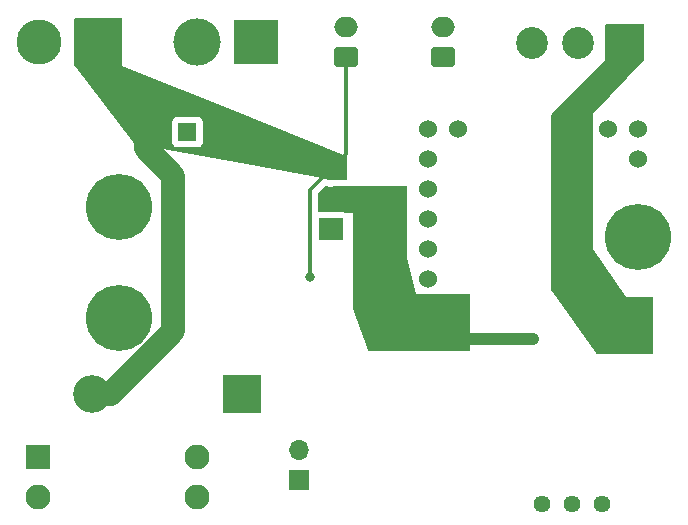
<source format=gbr>
%TF.GenerationSoftware,KiCad,Pcbnew,7.0.8*%
%TF.CreationDate,2024-09-19T01:03:28+09:00*%
%TF.ProjectId,____,fb90fa7f-2e6b-4696-9361-645f70636258,rev?*%
%TF.SameCoordinates,Original*%
%TF.FileFunction,Copper,L2,Bot*%
%TF.FilePolarity,Positive*%
%FSLAX46Y46*%
G04 Gerber Fmt 4.6, Leading zero omitted, Abs format (unit mm)*
G04 Created by KiCad (PCBNEW 7.0.8) date 2024-09-19 01:03:28*
%MOMM*%
%LPD*%
G01*
G04 APERTURE LIST*
G04 Aperture macros list*
%AMRoundRect*
0 Rectangle with rounded corners*
0 $1 Rounding radius*
0 $2 $3 $4 $5 $6 $7 $8 $9 X,Y pos of 4 corners*
0 Add a 4 corners polygon primitive as box body*
4,1,4,$2,$3,$4,$5,$6,$7,$8,$9,$2,$3,0*
0 Add four circle primitives for the rounded corners*
1,1,$1+$1,$2,$3*
1,1,$1+$1,$4,$5*
1,1,$1+$1,$6,$7*
1,1,$1+$1,$8,$9*
0 Add four rect primitives between the rounded corners*
20,1,$1+$1,$2,$3,$4,$5,0*
20,1,$1+$1,$4,$5,$6,$7,0*
20,1,$1+$1,$6,$7,$8,$9,0*
20,1,$1+$1,$8,$9,$2,$3,0*%
G04 Aperture macros list end*
%TA.AperFunction,ComponentPad*%
%ADD10O,3.200000X3.200000*%
%TD*%
%TA.AperFunction,ComponentPad*%
%ADD11R,3.200000X3.200000*%
%TD*%
%TA.AperFunction,ComponentPad*%
%ADD12RoundRect,0.250001X1.099999X1.099999X-1.099999X1.099999X-1.099999X-1.099999X1.099999X-1.099999X0*%
%TD*%
%TA.AperFunction,ComponentPad*%
%ADD13C,2.700000*%
%TD*%
%TA.AperFunction,ComponentPad*%
%ADD14R,1.600000X1.600000*%
%TD*%
%TA.AperFunction,ComponentPad*%
%ADD15C,1.600000*%
%TD*%
%TA.AperFunction,ComponentPad*%
%ADD16C,5.600000*%
%TD*%
%TA.AperFunction,ComponentPad*%
%ADD17R,3.800000X3.800000*%
%TD*%
%TA.AperFunction,ComponentPad*%
%ADD18C,3.800000*%
%TD*%
%TA.AperFunction,ComponentPad*%
%ADD19R,2.000000X1.905000*%
%TD*%
%TA.AperFunction,ComponentPad*%
%ADD20O,2.000000X1.905000*%
%TD*%
%TA.AperFunction,ComponentPad*%
%ADD21RoundRect,0.250000X0.750000X-0.600000X0.750000X0.600000X-0.750000X0.600000X-0.750000X-0.600000X0*%
%TD*%
%TA.AperFunction,ComponentPad*%
%ADD22O,2.000000X1.700000*%
%TD*%
%TA.AperFunction,ComponentPad*%
%ADD23R,2.108200X2.108200*%
%TD*%
%TA.AperFunction,ComponentPad*%
%ADD24C,2.108200*%
%TD*%
%TA.AperFunction,ComponentPad*%
%ADD25C,4.000000*%
%TD*%
%TA.AperFunction,ComponentPad*%
%ADD26C,1.440000*%
%TD*%
%TA.AperFunction,ComponentPad*%
%ADD27R,1.700000X1.700000*%
%TD*%
%TA.AperFunction,ComponentPad*%
%ADD28O,1.700000X1.700000*%
%TD*%
%TA.AperFunction,ComponentPad*%
%ADD29C,1.524000*%
%TD*%
%TA.AperFunction,ComponentPad*%
%ADD30R,1.524000X1.524000*%
%TD*%
%TA.AperFunction,ViaPad*%
%ADD31C,0.800000*%
%TD*%
%TA.AperFunction,Conductor*%
%ADD32C,2.000000*%
%TD*%
%TA.AperFunction,Conductor*%
%ADD33C,0.300000*%
%TD*%
%TA.AperFunction,Conductor*%
%ADD34C,1.000000*%
%TD*%
G04 APERTURE END LIST*
D10*
%TO.P,D1,2,A*%
%TO.N,GND*%
X40132000Y-122478800D03*
D11*
%TO.P,D1,1,K*%
%TO.N,VDD*%
X52832000Y-122478800D03*
%TD*%
D12*
%TO.P,J4,1,Pin_1*%
%TO.N,GND2*%
X85240000Y-92837000D03*
D13*
%TO.P,J4,2,Pin_2*%
%TO.N,+5VA*%
X81280000Y-92837000D03*
%TO.P,J4,3,Pin_3*%
%TO.N,+5VD*%
X77320000Y-92837000D03*
%TD*%
D14*
%TO.P,C3,1*%
%TO.N,VDD*%
X48178600Y-100330000D03*
D15*
%TO.P,C3,2*%
%TO.N,GND*%
X44678600Y-100330000D03*
%TD*%
D16*
%TO.P,REF\u002A\u002A,1*%
%TO.N,N/C*%
X42367200Y-106680000D03*
%TD*%
D17*
%TO.P,J1,1,Pin_1*%
%TO.N,GND*%
X40600000Y-92710000D03*
D18*
%TO.P,J1,2,Pin_2*%
%TO.N,Net-(J1-Pin_2)*%
X35600000Y-92710000D03*
%TD*%
D19*
%TO.P,Q2,1,G*%
%TO.N,Net-(J3-Pin_1)*%
X60325000Y-108585000D03*
D20*
%TO.P,Q2,2,D*%
%TO.N,GND2*%
X60325000Y-106045000D03*
%TO.P,Q2,3,S*%
%TO.N,GND*%
X60325000Y-103505000D03*
%TD*%
D21*
%TO.P,MES1,1,-*%
%TO.N,GND*%
X61595000Y-93980000D03*
D22*
%TO.P,MES1,2,+*%
%TO.N,VDD*%
X61595000Y-91480000D03*
%TD*%
D23*
%TO.P,F1,1,1*%
%TO.N,Net-(J1-Pin_2)*%
X35534600Y-127838200D03*
D24*
%TO.P,F1,2,2*%
X35534600Y-131241800D03*
%TO.P,F1,3,3*%
%TO.N,VDD*%
X48996600Y-131241800D03*
%TO.P,F1,4,4*%
X48996600Y-127838200D03*
%TD*%
D21*
%TO.P,J3,1,Pin_1*%
%TO.N,Net-(J3-Pin_1)*%
X69850000Y-93980000D03*
D22*
%TO.P,J3,2,Pin_2*%
%TO.N,VDD*%
X69850000Y-91480000D03*
%TD*%
D17*
%TO.P,J2,1,Pin_1*%
%TO.N,GND2*%
X53975000Y-92710000D03*
D25*
%TO.P,J2,2,Pin_2*%
%TO.N,VDD*%
X48975000Y-92710000D03*
%TD*%
D26*
%TO.P,RV2,1,1*%
%TO.N,Net-(R3-Pad1)*%
X83284000Y-131832000D03*
%TO.P,RV2,2,2*%
X80744000Y-131832000D03*
%TO.P,RV2,3,3*%
%TO.N,Net-(U1-TRIM1)*%
X78204000Y-131832000D03*
%TD*%
D27*
%TO.P,JP1,1,A*%
%TO.N,GND2*%
X57630000Y-129800000D03*
D28*
%TO.P,JP1,2,B*%
%TO.N,Net-(JP1-B)*%
X57630000Y-127260000D03*
%TD*%
D29*
%TO.P,LT8640-1,1,Vin*%
%TO.N,VDD*%
X71120000Y-100076000D03*
%TO.P,LT8640-1,2,Vin*%
X68580000Y-100076000D03*
%TO.P,LT8640-1,3,Vin*%
X68580000Y-102616000D03*
%TO.P,LT8640-1,4,EN/UV*%
%TO.N,unconnected-(LT8640-1-EN{slash}UV-Pad4)*%
X68580000Y-105156000D03*
%TO.P,LT8640-1,5,MODE*%
%TO.N,unconnected-(LT8640-1-MODE-Pad5)*%
X68580000Y-107696000D03*
%TO.P,LT8640-1,6,INTVCC*%
%TO.N,unconnected-(LT8640-1-INTVCC-Pad6)*%
X68580000Y-110236000D03*
%TO.P,LT8640-1,7,PG*%
%TO.N,unconnected-(LT8640-1-PG-Pad7)*%
X68580000Y-112776000D03*
D30*
%TO.P,LT8640-1,8,GND*%
%TO.N,GND2*%
X68580000Y-115316000D03*
%TO.P,LT8640-1,9,GND*%
X68580000Y-117856000D03*
%TO.P,LT8640-1,10,GND*%
X71120000Y-117856000D03*
D29*
%TO.P,LT8640-1,11,Vout*%
%TO.N,+5VA*%
X83820000Y-100076000D03*
%TO.P,LT8640-1,12,Vout*%
X86360000Y-100076000D03*
%TO.P,LT8640-1,13,Vout*%
X86360000Y-102616000D03*
D30*
%TO.P,LT8640-1,14,GND*%
%TO.N,GND2*%
X86360000Y-115316000D03*
%TO.P,LT8640-1,15,GND*%
X86360000Y-117856000D03*
%TO.P,LT8640-1,16,GND*%
X83820000Y-117856000D03*
%TD*%
D16*
%TO.P,REF\u002A\u002A,1*%
%TO.N,N/C*%
X42367200Y-116052600D03*
%TD*%
%TO.P,REF\u002A\u002A,1*%
%TO.N,N/C*%
X86360000Y-109220000D03*
%TD*%
D31*
%TO.N,GND*%
X58547000Y-112649000D03*
%TO.N,GND2*%
X77470000Y-117856000D03*
%TD*%
D32*
%TO.N,GND*%
X46990000Y-104025700D02*
X44678600Y-101714300D01*
X46990000Y-117220800D02*
X46990000Y-104025700D01*
X41732000Y-122478800D02*
X46990000Y-117220800D01*
X44678600Y-101714300D02*
X44678600Y-100330000D01*
X40132000Y-122478800D02*
X41732000Y-122478800D01*
D33*
X61595000Y-102235000D02*
X61595000Y-93980000D01*
X60325000Y-103505000D02*
X61595000Y-102235000D01*
X58547000Y-105283000D02*
X58547000Y-112649000D01*
X60325000Y-103505000D02*
X58547000Y-105283000D01*
D34*
%TO.N,GND2*%
X77470000Y-117856000D02*
X71120000Y-117856000D01*
%TD*%
%TA.AperFunction,Conductor*%
%TO.N,GND*%
G36*
X42615039Y-90697685D02*
G01*
X42660794Y-90750489D01*
X42672000Y-90802000D01*
X42672000Y-94742000D01*
X52197000Y-98552000D01*
X61644054Y-102330821D01*
X61698986Y-102373994D01*
X61721858Y-102440015D01*
X61722000Y-102445951D01*
X61722000Y-104272500D01*
X61702315Y-104339539D01*
X61649511Y-104385294D01*
X61598000Y-104396500D01*
X60774539Y-104396500D01*
X60743247Y-104398442D01*
X60743248Y-104398442D01*
X60681703Y-104406113D01*
X60681702Y-104406113D01*
X60681698Y-104406113D01*
X60681696Y-104406114D01*
X60650881Y-104411913D01*
X60643318Y-104413827D01*
X60590006Y-104427327D01*
X60537038Y-104429057D01*
X52717700Y-102984300D01*
X43759862Y-101329184D01*
X43697515Y-101297647D01*
X43684431Y-101283272D01*
X43602633Y-101177870D01*
X46878100Y-101177870D01*
X46878101Y-101177876D01*
X46884508Y-101237483D01*
X46934802Y-101372328D01*
X46934806Y-101372335D01*
X47021052Y-101487544D01*
X47021055Y-101487547D01*
X47136264Y-101573793D01*
X47136271Y-101573797D01*
X47271117Y-101624091D01*
X47271116Y-101624091D01*
X47278044Y-101624835D01*
X47330727Y-101630500D01*
X49026472Y-101630499D01*
X49086083Y-101624091D01*
X49220931Y-101573796D01*
X49336146Y-101487546D01*
X49422396Y-101372331D01*
X49472691Y-101237483D01*
X49479100Y-101177873D01*
X49479099Y-99482128D01*
X49472691Y-99422517D01*
X49422396Y-99287669D01*
X49422395Y-99287668D01*
X49422393Y-99287664D01*
X49336147Y-99172455D01*
X49336144Y-99172452D01*
X49220935Y-99086206D01*
X49220928Y-99086202D01*
X49086082Y-99035908D01*
X49086083Y-99035908D01*
X49026483Y-99029501D01*
X49026481Y-99029500D01*
X49026473Y-99029500D01*
X49026464Y-99029500D01*
X47330729Y-99029500D01*
X47330723Y-99029501D01*
X47271116Y-99035908D01*
X47136271Y-99086202D01*
X47136264Y-99086206D01*
X47021055Y-99172452D01*
X47021052Y-99172455D01*
X46934806Y-99287664D01*
X46934802Y-99287671D01*
X46884508Y-99422517D01*
X46878101Y-99482116D01*
X46878101Y-99482123D01*
X46878100Y-99482135D01*
X46878100Y-101177870D01*
X43602633Y-101177870D01*
X38634039Y-94775552D01*
X38608488Y-94710522D01*
X38608000Y-94699528D01*
X38608000Y-90802000D01*
X38627685Y-90734961D01*
X38680489Y-90689206D01*
X38732000Y-90678000D01*
X42548000Y-90678000D01*
X42615039Y-90697685D01*
G37*
%TD.AperFunction*%
%TD*%
%TA.AperFunction,Conductor*%
%TO.N,GND2*%
G36*
X86811039Y-91205685D02*
G01*
X86856794Y-91258489D01*
X86868000Y-91310000D01*
X86868000Y-94184700D01*
X86848315Y-94251739D01*
X86834150Y-94269841D01*
X82550000Y-98805999D01*
X82550000Y-98806000D01*
X82550000Y-99822000D01*
X82550000Y-110236000D01*
X85344000Y-114300000D01*
X87506000Y-114300000D01*
X87573039Y-114319685D01*
X87618794Y-114372489D01*
X87630000Y-114424000D01*
X87630000Y-119002000D01*
X87610315Y-119069039D01*
X87557511Y-119114794D01*
X87506000Y-119126000D01*
X82867813Y-119126000D01*
X82800774Y-119106315D01*
X82766910Y-119074074D01*
X79017097Y-113824335D01*
X78994149Y-113758341D01*
X78994000Y-113752261D01*
X78994000Y-98857362D01*
X79013685Y-98790323D01*
X79030319Y-98769681D01*
X83566000Y-94234000D01*
X83566000Y-91310000D01*
X83585685Y-91242961D01*
X83638489Y-91197206D01*
X83690000Y-91186000D01*
X86744000Y-91186000D01*
X86811039Y-91205685D01*
G37*
%TD.AperFunction*%
%TD*%
%TA.AperFunction,Conductor*%
%TO.N,GND2*%
G36*
X66745039Y-104921685D02*
G01*
X66790794Y-104974489D01*
X66802000Y-105026000D01*
X66802000Y-110998000D01*
X67563999Y-114045999D01*
X67564000Y-114046000D01*
X72012000Y-114046000D01*
X72079039Y-114065685D01*
X72124794Y-114118489D01*
X72136000Y-114170000D01*
X72136000Y-118748000D01*
X72116315Y-118815039D01*
X72063511Y-118860794D01*
X72012000Y-118872000D01*
X69596000Y-118872000D01*
X67056000Y-118872000D01*
X63587385Y-118872000D01*
X63520346Y-118852315D01*
X63474591Y-118799511D01*
X63470609Y-118789706D01*
X62237224Y-115336227D01*
X62230000Y-115294521D01*
X62230000Y-107188000D01*
X61587815Y-107188000D01*
X61544482Y-107180182D01*
X61432482Y-107138408D01*
X61432483Y-107138408D01*
X61372883Y-107132001D01*
X61372881Y-107132000D01*
X61372873Y-107132000D01*
X61372865Y-107132000D01*
X59321500Y-107132000D01*
X59254461Y-107112315D01*
X59208706Y-107059511D01*
X59197500Y-107008000D01*
X59197500Y-105603807D01*
X59217185Y-105536768D01*
X59233815Y-105516130D01*
X59803642Y-104946302D01*
X59864963Y-104912819D01*
X59921761Y-104913779D01*
X60037524Y-104943095D01*
X60217400Y-104958000D01*
X60217402Y-104958000D01*
X60432598Y-104958000D01*
X60432600Y-104958000D01*
X60612476Y-104943095D01*
X60759775Y-104905794D01*
X60790215Y-104902000D01*
X66678000Y-104902000D01*
X66745039Y-104921685D01*
G37*
%TD.AperFunction*%
%TD*%
M02*

</source>
